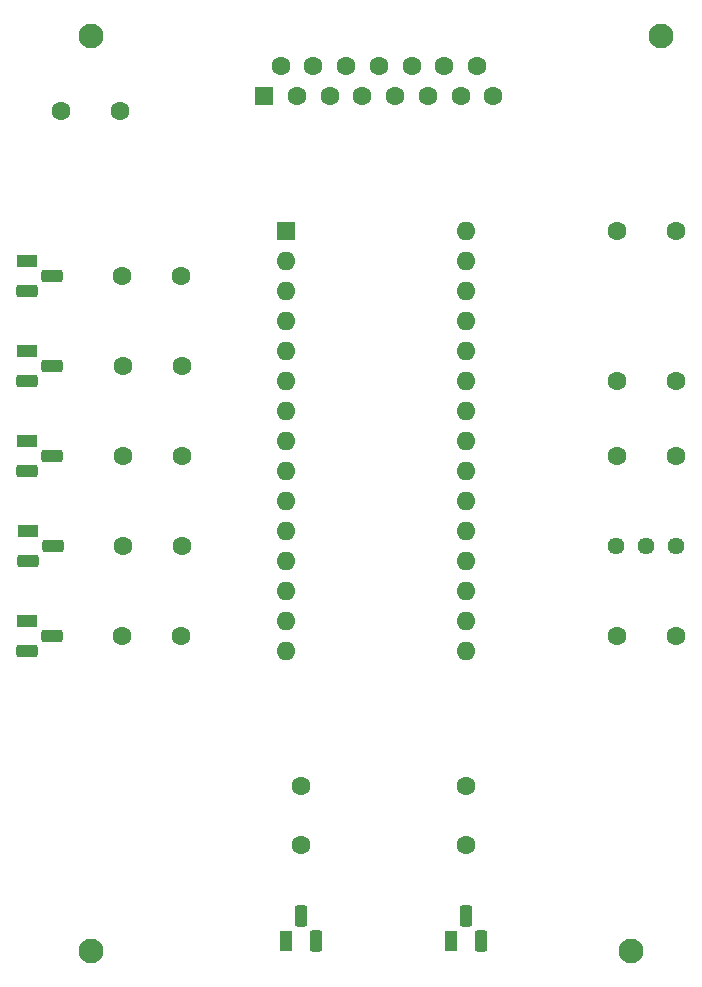
<source format=gbr>
%TF.GenerationSoftware,KiCad,Pcbnew,7.0.10-7.0.10~ubuntu22.04.1*%
%TF.CreationDate,2024-02-16T12:07:06-05:00*%
%TF.ProjectId,kicad,6b696361-642e-46b6-9963-61645f706362,rev?*%
%TF.SameCoordinates,Original*%
%TF.FileFunction,Soldermask,Top*%
%TF.FilePolarity,Negative*%
%FSLAX46Y46*%
G04 Gerber Fmt 4.6, Leading zero omitted, Abs format (unit mm)*
G04 Created by KiCad (PCBNEW 7.0.10-7.0.10~ubuntu22.04.1) date 2024-02-16 12:07:06*
%MOMM*%
%LPD*%
G01*
G04 APERTURE LIST*
G04 Aperture macros list*
%AMRoundRect*
0 Rectangle with rounded corners*
0 $1 Rounding radius*
0 $2 $3 $4 $5 $6 $7 $8 $9 X,Y pos of 4 corners*
0 Add a 4 corners polygon primitive as box body*
4,1,4,$2,$3,$4,$5,$6,$7,$8,$9,$2,$3,0*
0 Add four circle primitives for the rounded corners*
1,1,$1+$1,$2,$3*
1,1,$1+$1,$4,$5*
1,1,$1+$1,$6,$7*
1,1,$1+$1,$8,$9*
0 Add four rect primitives between the rounded corners*
20,1,$1+$1,$2,$3,$4,$5,0*
20,1,$1+$1,$4,$5,$6,$7,0*
20,1,$1+$1,$6,$7,$8,$9,0*
20,1,$1+$1,$8,$9,$2,$3,0*%
G04 Aperture macros list end*
%ADD10C,1.600000*%
%ADD11C,1.440000*%
%ADD12R,1.800000X1.100000*%
%ADD13RoundRect,0.275000X-0.625000X0.275000X-0.625000X-0.275000X0.625000X-0.275000X0.625000X0.275000X0*%
%ADD14R,1.600000X1.600000*%
%ADD15C,2.100000*%
%ADD16R,1.100000X1.800000*%
%ADD17RoundRect,0.275000X-0.275000X-0.625000X0.275000X-0.625000X0.275000X0.625000X-0.275000X0.625000X0*%
%ADD18O,1.600000X1.600000*%
G04 APERTURE END LIST*
D10*
%TO.C,SW2*%
X160020000Y-91440000D03*
X155020000Y-91440000D03*
%TD*%
D11*
%TO.C,RV1*%
X160020000Y-118110000D03*
X157480000Y-118110000D03*
X154940000Y-118110000D03*
%TD*%
D12*
%TO.C,Q4*%
X105170000Y-116840000D03*
D13*
X107240000Y-118110000D03*
X105170000Y-119380000D03*
%TD*%
D12*
%TO.C,Q3*%
X105090000Y-124460000D03*
D13*
X107160000Y-125730000D03*
X105090000Y-127000000D03*
%TD*%
D10*
%TO.C,R7*%
X113110000Y-95250000D03*
X118110000Y-95250000D03*
%TD*%
D12*
%TO.C,Q6*%
X105090000Y-101600000D03*
D13*
X107160000Y-102870000D03*
X105090000Y-104140000D03*
%TD*%
D10*
%TO.C,R5*%
X113190000Y-110490000D03*
X118190000Y-110490000D03*
%TD*%
%TO.C,SW1*%
X160020000Y-125730000D03*
X155020000Y-125730000D03*
%TD*%
D12*
%TO.C,Q7*%
X105090000Y-93980000D03*
D13*
X107160000Y-95250000D03*
X105090000Y-96520000D03*
%TD*%
D10*
%TO.C,SW4*%
X160020000Y-104140000D03*
X155020000Y-104140000D03*
%TD*%
%TO.C,SW5*%
X160020000Y-110490000D03*
X155020000Y-110490000D03*
%TD*%
D14*
%TO.C,J1*%
X125155000Y-80010000D03*
D10*
X127925000Y-80010000D03*
X130695000Y-80010000D03*
X133465000Y-80010000D03*
X136235000Y-80010000D03*
X139005000Y-80010000D03*
X141775000Y-80010000D03*
X144545000Y-80010000D03*
X126540000Y-77470000D03*
X129310000Y-77470000D03*
X132080000Y-77470000D03*
X134850000Y-77470000D03*
X137620000Y-77470000D03*
X140390000Y-77470000D03*
X143160000Y-77470000D03*
%TD*%
%TO.C,R3*%
X113110000Y-125730000D03*
X118110000Y-125730000D03*
%TD*%
%TO.C,R2*%
X128270000Y-143430000D03*
X128270000Y-138430000D03*
%TD*%
%TO.C,R4*%
X113190000Y-118110000D03*
X118190000Y-118110000D03*
%TD*%
D15*
%TO.C, *%
X156210000Y-152400000D03*
%TD*%
%TO.C, *%
X110490000Y-152400000D03*
%TD*%
D12*
%TO.C,Q5*%
X105090000Y-109220000D03*
D13*
X107160000Y-110490000D03*
X105090000Y-111760000D03*
%TD*%
D10*
%TO.C,SW3*%
X112950000Y-81280000D03*
X107950000Y-81280000D03*
%TD*%
%TO.C,R1*%
X142240000Y-143430000D03*
X142240000Y-138430000D03*
%TD*%
D16*
%TO.C,Q1*%
X140970000Y-151530000D03*
D17*
X142240000Y-149460000D03*
X143510000Y-151530000D03*
%TD*%
D14*
%TO.C,A1*%
X127000000Y-91440000D03*
D18*
X127000000Y-93980000D03*
X127000000Y-96520000D03*
X127000000Y-99060000D03*
X127000000Y-101600000D03*
X127000000Y-104140000D03*
X127000000Y-106680000D03*
X127000000Y-109220000D03*
X127000000Y-111760000D03*
X127000000Y-114300000D03*
X127000000Y-116840000D03*
X127000000Y-119380000D03*
X127000000Y-121920000D03*
X127000000Y-124460000D03*
X127000000Y-127000000D03*
X142240000Y-127000000D03*
X142240000Y-124460000D03*
X142240000Y-121920000D03*
X142240000Y-119380000D03*
X142240000Y-116840000D03*
X142240000Y-114300000D03*
X142240000Y-111760000D03*
X142240000Y-109220000D03*
X142240000Y-106680000D03*
X142240000Y-104140000D03*
X142240000Y-101600000D03*
X142240000Y-99060000D03*
X142240000Y-96520000D03*
X142240000Y-93980000D03*
X142240000Y-91440000D03*
%TD*%
D10*
%TO.C,R6*%
X113190000Y-102870000D03*
X118190000Y-102870000D03*
%TD*%
D15*
%TO.C, *%
X110490000Y-74930000D03*
%TD*%
%TO.C, *%
X158750000Y-74930000D03*
%TD*%
D16*
%TO.C,Q2*%
X127000000Y-151530000D03*
D17*
X128270000Y-149460000D03*
X129540000Y-151530000D03*
%TD*%
M02*

</source>
